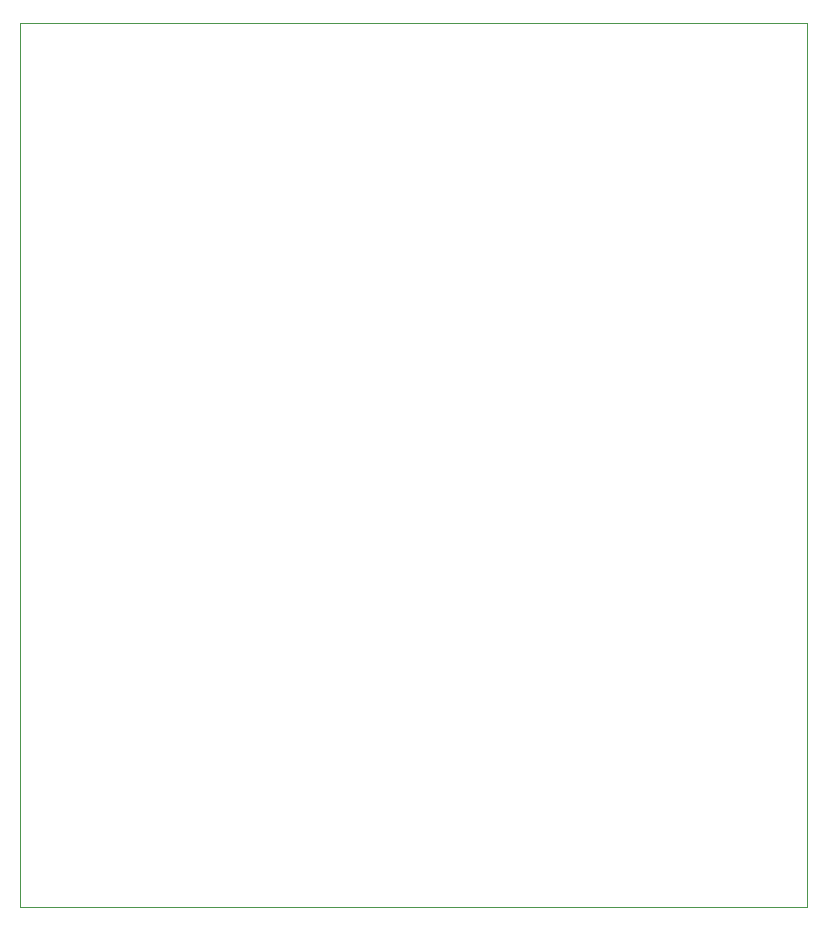
<source format=gm1>
G04 #@! TF.GenerationSoftware,KiCad,Pcbnew,(7.0.0-0)*
G04 #@! TF.CreationDate,2023-03-22T08:14:14+00:00*
G04 #@! TF.ProjectId,ESP_AC_CDI_1,4553505f-4143-45f4-9344-495f312e6b69,rev?*
G04 #@! TF.SameCoordinates,Original*
G04 #@! TF.FileFunction,Profile,NP*
%FSLAX46Y46*%
G04 Gerber Fmt 4.6, Leading zero omitted, Abs format (unit mm)*
G04 Created by KiCad (PCBNEW (7.0.0-0)) date 2023-03-22 08:14:14*
%MOMM*%
%LPD*%
G01*
G04 APERTURE LIST*
G04 #@! TA.AperFunction,Profile*
%ADD10C,0.100000*%
G04 #@! TD*
G04 APERTURE END LIST*
D10*
X164450000Y-78655000D02*
X231030000Y-78655000D01*
X231030000Y-78655000D02*
X231030000Y-153540000D01*
X231030000Y-153540000D02*
X164450000Y-153540000D01*
X164450000Y-153540000D02*
X164450000Y-78655000D01*
M02*

</source>
